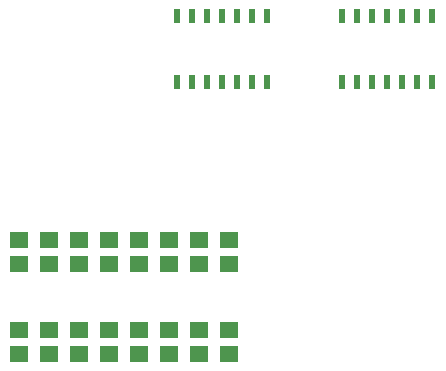
<source format=gtp>
G04 MADE WITH FRITZING*
G04 WWW.FRITZING.ORG*
G04 DOUBLE SIDED*
G04 HOLES PLATED*
G04 CONTOUR ON CENTER OF CONTOUR VECTOR*
%ASAXBY*%
%FSLAX23Y23*%
%MOIN*%
%OFA0B0*%
%SFA1.0B1.0*%
%ADD10R,0.023622X0.047244*%
%ADD11R,0.059055X0.055118*%
%ADD12R,0.001000X0.001000*%
%LNPASTEMASK1*%
G90*
G70*
G54D10*
X3078Y1117D03*
X3128Y1117D03*
X3178Y1117D03*
X3228Y1117D03*
X3278Y1117D03*
X3328Y1117D03*
X3378Y1117D03*
X3378Y1337D03*
X3328Y1337D03*
X3278Y1337D03*
X3228Y1337D03*
X3178Y1337D03*
X3128Y1337D03*
X3078Y1337D03*
X2528Y1117D03*
X2578Y1117D03*
X2628Y1117D03*
X2678Y1117D03*
X2728Y1117D03*
X2778Y1117D03*
X2828Y1117D03*
X2828Y1337D03*
X2778Y1337D03*
X2728Y1337D03*
X2678Y1337D03*
X2628Y1337D03*
X2578Y1337D03*
X2528Y1337D03*
G54D11*
X2703Y511D03*
X2703Y592D03*
X2303Y511D03*
X2303Y592D03*
X2703Y292D03*
X2703Y211D03*
X2303Y292D03*
X2303Y211D03*
X2603Y511D03*
X2603Y592D03*
X2203Y511D03*
X2203Y592D03*
X2603Y292D03*
X2603Y211D03*
X2203Y292D03*
X2203Y211D03*
X2403Y511D03*
X2403Y592D03*
X2003Y511D03*
X2003Y592D03*
X2403Y211D03*
X2403Y292D03*
X2003Y292D03*
X2003Y211D03*
X2503Y511D03*
X2503Y592D03*
X2103Y511D03*
X2103Y592D03*
X2503Y292D03*
X2503Y211D03*
X2103Y292D03*
X2103Y211D03*
G54D12*
D02*
G04 End of PasteMask1*
M02*
</source>
